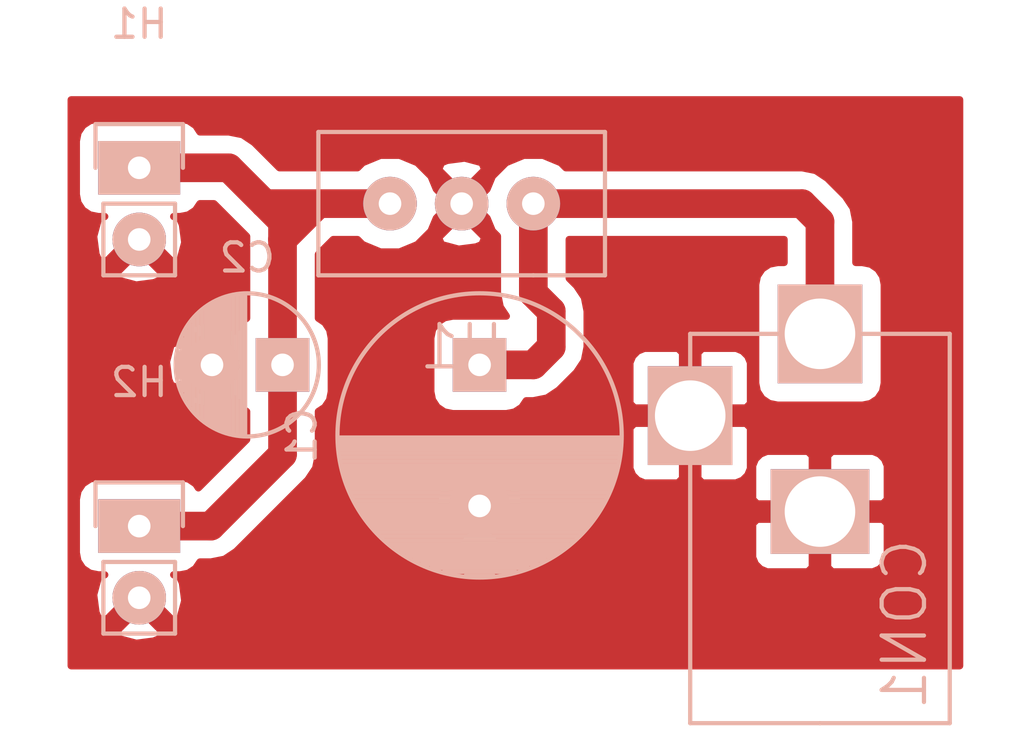
<source format=kicad_pcb>
(kicad_pcb (version 4) (host pcbnew "(2015-07-07 BZR 5906)-product")

  (general
    (links 11)
    (no_connects 0)
    (area 0 0 0 0)
    (thickness 1.6)
    (drawings 0)
    (tracks 19)
    (zones 0)
    (modules 6)
    (nets 4)
  )

  (page A4)
  (layers
    (0 F.Cu signal)
    (31 B.Cu signal)
    (32 B.Adhes user)
    (33 F.Adhes user)
    (34 B.Paste user)
    (35 F.Paste user)
    (36 B.SilkS user)
    (37 F.SilkS user)
    (38 B.Mask user)
    (39 F.Mask user)
    (40 Dwgs.User user)
    (41 Cmts.User user)
    (42 Eco1.User user)
    (43 Eco2.User user)
    (44 Edge.Cuts user)
    (45 Margin user)
    (46 B.CrtYd user)
    (47 F.CrtYd user)
    (48 B.Fab user)
    (49 F.Fab user)
  )

  (setup
    (last_trace_width 0.762)
    (trace_clearance 0.635)
    (zone_clearance 0.508)
    (zone_45_only yes)
    (trace_min 0.2)
    (segment_width 0.2)
    (edge_width 0.1)
    (via_size 0.6)
    (via_drill 0.4)
    (via_min_size 0.4)
    (via_min_drill 0.3)
    (uvia_size 0.3)
    (uvia_drill 0.1)
    (uvias_allowed no)
    (uvia_min_size 0)
    (uvia_min_drill 0)
    (pcb_text_width 0.3)
    (pcb_text_size 1.5 1.5)
    (mod_edge_width 0.15)
    (mod_text_size 1 1)
    (mod_text_width 0.15)
    (pad_size 3.5 3)
    (pad_drill 2.5)
    (pad_to_mask_clearance 0)
    (aux_axis_origin 0 0)
    (visible_elements FFFFFF3F)
    (pcbplotparams
      (layerselection 0x00000_00000001)
      (usegerberextensions false)
      (excludeedgelayer true)
      (linewidth 0.100000)
      (plotframeref false)
      (viasonmask false)
      (mode 1)
      (useauxorigin false)
      (hpglpennumber 1)
      (hpglpenspeed 20)
      (hpglpendiameter 15)
      (hpglpenoverlay 2)
      (psnegative false)
      (psa4output false)
      (plotreference true)
      (plotvalue true)
      (plotinvisibletext false)
      (padsonsilk false)
      (subtractmaskfromsilk false)
      (outputformat 1)
      (mirror false)
      (drillshape 0)
      (scaleselection 1)
      (outputdirectory /home/luis-diaz/Escritorio/git/PowerSupply/Board/Gerbers/))
  )

  (net 0 "")
  (net 1 "Net-(C1-Pad1)")
  (net 2 GND)
  (net 3 5V)

  (net_class Default "This is the default net class."
    (clearance 0.635)
    (trace_width 0.762)
    (via_dia 0.6)
    (via_drill 0.4)
    (uvia_dia 0.3)
    (uvia_drill 0.1)
  )

  (net_class PWR ""
    (clearance 0.635)
    (trace_width 1.016)
    (via_dia 0.6)
    (via_drill 0.4)
    (uvia_dia 0.3)
    (uvia_drill 0.1)
    (add_net 5V)
    (add_net GND)
    (add_net "Net-(C1-Pad1)")
  )

  (module Capacitors_ThroughHole:C_Radial_D10_L13_P5 (layer B.Cu) (tedit 55D1F399) (tstamp 55D1EEE3)
    (at 137.795 97.155 270)
    (descr "Radial Electrolytic Capacitor Diameter 10mm x Length 13mm, Pitch 5mm")
    (tags "Electrolytic Capacitor")
    (path /55DAD95D)
    (fp_text reference C1 (at 2.5 6.3 270) (layer B.SilkS)
      (effects (font (size 1 1) (thickness 0.15)) (justify mirror))
    )
    (fp_text value CP (at 2.5 -6.3 270) (layer B.Fab)
      (effects (font (size 1 1) (thickness 0.15)) (justify mirror))
    )
    (fp_line (start 2.575 4.999) (end 2.575 -4.999) (layer B.SilkS) (width 0.15))
    (fp_line (start 2.715 4.995) (end 2.715 -4.995) (layer B.SilkS) (width 0.15))
    (fp_line (start 2.855 4.987) (end 2.855 -4.987) (layer B.SilkS) (width 0.15))
    (fp_line (start 2.995 4.975) (end 2.995 -4.975) (layer B.SilkS) (width 0.15))
    (fp_line (start 3.135 4.96) (end 3.135 -4.96) (layer B.SilkS) (width 0.15))
    (fp_line (start 3.275 4.94) (end 3.275 -4.94) (layer B.SilkS) (width 0.15))
    (fp_line (start 3.415 4.916) (end 3.415 -4.916) (layer B.SilkS) (width 0.15))
    (fp_line (start 3.555 4.887) (end 3.555 -4.887) (layer B.SilkS) (width 0.15))
    (fp_line (start 3.695 4.855) (end 3.695 -4.855) (layer B.SilkS) (width 0.15))
    (fp_line (start 3.835 4.818) (end 3.835 -4.818) (layer B.SilkS) (width 0.15))
    (fp_line (start 3.975 4.777) (end 3.975 -4.777) (layer B.SilkS) (width 0.15))
    (fp_line (start 4.115 4.732) (end 4.115 0.466) (layer B.SilkS) (width 0.15))
    (fp_line (start 4.115 -0.466) (end 4.115 -4.732) (layer B.SilkS) (width 0.15))
    (fp_line (start 4.255 4.682) (end 4.255 0.667) (layer B.SilkS) (width 0.15))
    (fp_line (start 4.255 -0.667) (end 4.255 -4.682) (layer B.SilkS) (width 0.15))
    (fp_line (start 4.395 4.627) (end 4.395 0.796) (layer B.SilkS) (width 0.15))
    (fp_line (start 4.395 -0.796) (end 4.395 -4.627) (layer B.SilkS) (width 0.15))
    (fp_line (start 4.535 4.567) (end 4.535 0.885) (layer B.SilkS) (width 0.15))
    (fp_line (start 4.535 -0.885) (end 4.535 -4.567) (layer B.SilkS) (width 0.15))
    (fp_line (start 4.675 4.502) (end 4.675 0.946) (layer B.SilkS) (width 0.15))
    (fp_line (start 4.675 -0.946) (end 4.675 -4.502) (layer B.SilkS) (width 0.15))
    (fp_line (start 4.815 4.432) (end 4.815 0.983) (layer B.SilkS) (width 0.15))
    (fp_line (start 4.815 -0.983) (end 4.815 -4.432) (layer B.SilkS) (width 0.15))
    (fp_line (start 4.955 4.356) (end 4.955 0.999) (layer B.SilkS) (width 0.15))
    (fp_line (start 4.955 -0.999) (end 4.955 -4.356) (layer B.SilkS) (width 0.15))
    (fp_line (start 5.095 4.274) (end 5.095 0.995) (layer B.SilkS) (width 0.15))
    (fp_line (start 5.095 -0.995) (end 5.095 -4.274) (layer B.SilkS) (width 0.15))
    (fp_line (start 5.235 4.186) (end 5.235 0.972) (layer B.SilkS) (width 0.15))
    (fp_line (start 5.235 -0.972) (end 5.235 -4.186) (layer B.SilkS) (width 0.15))
    (fp_line (start 5.375 4.091) (end 5.375 0.927) (layer B.SilkS) (width 0.15))
    (fp_line (start 5.375 -0.927) (end 5.375 -4.091) (layer B.SilkS) (width 0.15))
    (fp_line (start 5.515 3.989) (end 5.515 0.857) (layer B.SilkS) (width 0.15))
    (fp_line (start 5.515 -0.857) (end 5.515 -3.989) (layer B.SilkS) (width 0.15))
    (fp_line (start 5.655 3.879) (end 5.655 0.756) (layer B.SilkS) (width 0.15))
    (fp_line (start 5.655 -0.756) (end 5.655 -3.879) (layer B.SilkS) (width 0.15))
    (fp_line (start 5.795 3.761) (end 5.795 0.607) (layer B.SilkS) (width 0.15))
    (fp_line (start 5.795 -0.607) (end 5.795 -3.761) (layer B.SilkS) (width 0.15))
    (fp_line (start 5.935 3.633) (end 5.935 0.355) (layer B.SilkS) (width 0.15))
    (fp_line (start 5.935 -0.355) (end 5.935 -3.633) (layer B.SilkS) (width 0.15))
    (fp_line (start 6.075 3.496) (end 6.075 -3.496) (layer B.SilkS) (width 0.15))
    (fp_line (start 6.215 3.346) (end 6.215 -3.346) (layer B.SilkS) (width 0.15))
    (fp_line (start 6.355 3.184) (end 6.355 -3.184) (layer B.SilkS) (width 0.15))
    (fp_line (start 6.495 3.007) (end 6.495 -3.007) (layer B.SilkS) (width 0.15))
    (fp_line (start 6.635 2.811) (end 6.635 -2.811) (layer B.SilkS) (width 0.15))
    (fp_line (start 6.775 2.593) (end 6.775 -2.593) (layer B.SilkS) (width 0.15))
    (fp_line (start 6.915 2.347) (end 6.915 -2.347) (layer B.SilkS) (width 0.15))
    (fp_line (start 7.055 2.062) (end 7.055 -2.062) (layer B.SilkS) (width 0.15))
    (fp_line (start 7.195 1.72) (end 7.195 -1.72) (layer B.SilkS) (width 0.15))
    (fp_line (start 7.335 1.274) (end 7.335 -1.274) (layer B.SilkS) (width 0.15))
    (fp_line (start 7.475 0.499) (end 7.475 -0.499) (layer B.SilkS) (width 0.15))
    (fp_circle (center 5 0) (end 5 1) (layer B.SilkS) (width 0.15))
    (fp_circle (center 2.5 0) (end 2.5 5.0375) (layer B.SilkS) (width 0.15))
    (fp_circle (center 2.5 0) (end 2.5 5.3) (layer B.CrtYd) (width 0.05))
    (pad 1 thru_hole rect (at 0 0 270) (size 1.9 1.9) (drill 0.8) (layers *.Cu *.Mask B.SilkS)
      (net 1 "Net-(C1-Pad1)"))
    (pad 2 thru_hole circle (at 5 0 270) (size 1.9 1.9) (drill 0.8) (layers *.Cu *.Mask B.SilkS)
      (net 2 GND))
    (model Capacitors_ThroughHole.3dshapes/C_Radial_D10_L13_P5.wrl
      (at (xyz 0.0984252 0 0))
      (scale (xyz 1 1 1))
      (rotate (xyz 0 0 90))
    )
  )

  (module Capacitors_ThroughHole:C_Radial_D5_L6_P2.5 (layer B.Cu) (tedit 55D1F38A) (tstamp 55D1EEE9)
    (at 130.81 97.155 180)
    (descr "Radial Electrolytic Capacitor Diameter 5mm x Length 6mm, Pitch 2.5mm")
    (tags "Electrolytic Capacitor")
    (path /55DAD9DE)
    (fp_text reference C2 (at 1.25 3.8 180) (layer B.SilkS)
      (effects (font (size 1 1) (thickness 0.15)) (justify mirror))
    )
    (fp_text value CP (at 1.25 -3.8 180) (layer B.Fab)
      (effects (font (size 1 1) (thickness 0.15)) (justify mirror))
    )
    (fp_line (start 1.325 2.499) (end 1.325 -2.499) (layer B.SilkS) (width 0.15))
    (fp_line (start 1.465 2.491) (end 1.465 -2.491) (layer B.SilkS) (width 0.15))
    (fp_line (start 1.605 2.475) (end 1.605 0.095) (layer B.SilkS) (width 0.15))
    (fp_line (start 1.605 -0.095) (end 1.605 -2.475) (layer B.SilkS) (width 0.15))
    (fp_line (start 1.745 2.451) (end 1.745 0.49) (layer B.SilkS) (width 0.15))
    (fp_line (start 1.745 -0.49) (end 1.745 -2.451) (layer B.SilkS) (width 0.15))
    (fp_line (start 1.885 2.418) (end 1.885 0.657) (layer B.SilkS) (width 0.15))
    (fp_line (start 1.885 -0.657) (end 1.885 -2.418) (layer B.SilkS) (width 0.15))
    (fp_line (start 2.025 2.377) (end 2.025 0.764) (layer B.SilkS) (width 0.15))
    (fp_line (start 2.025 -0.764) (end 2.025 -2.377) (layer B.SilkS) (width 0.15))
    (fp_line (start 2.165 2.327) (end 2.165 0.835) (layer B.SilkS) (width 0.15))
    (fp_line (start 2.165 -0.835) (end 2.165 -2.327) (layer B.SilkS) (width 0.15))
    (fp_line (start 2.305 2.266) (end 2.305 0.879) (layer B.SilkS) (width 0.15))
    (fp_line (start 2.305 -0.879) (end 2.305 -2.266) (layer B.SilkS) (width 0.15))
    (fp_line (start 2.445 2.196) (end 2.445 0.898) (layer B.SilkS) (width 0.15))
    (fp_line (start 2.445 -0.898) (end 2.445 -2.196) (layer B.SilkS) (width 0.15))
    (fp_line (start 2.585 2.114) (end 2.585 0.896) (layer B.SilkS) (width 0.15))
    (fp_line (start 2.585 -0.896) (end 2.585 -2.114) (layer B.SilkS) (width 0.15))
    (fp_line (start 2.725 2.019) (end 2.725 0.871) (layer B.SilkS) (width 0.15))
    (fp_line (start 2.725 -0.871) (end 2.725 -2.019) (layer B.SilkS) (width 0.15))
    (fp_line (start 2.865 1.908) (end 2.865 0.823) (layer B.SilkS) (width 0.15))
    (fp_line (start 2.865 -0.823) (end 2.865 -1.908) (layer B.SilkS) (width 0.15))
    (fp_line (start 3.005 1.78) (end 3.005 0.745) (layer B.SilkS) (width 0.15))
    (fp_line (start 3.005 -0.745) (end 3.005 -1.78) (layer B.SilkS) (width 0.15))
    (fp_line (start 3.145 1.631) (end 3.145 0.628) (layer B.SilkS) (width 0.15))
    (fp_line (start 3.145 -0.628) (end 3.145 -1.631) (layer B.SilkS) (width 0.15))
    (fp_line (start 3.285 1.452) (end 3.285 0.44) (layer B.SilkS) (width 0.15))
    (fp_line (start 3.285 -0.44) (end 3.285 -1.452) (layer B.SilkS) (width 0.15))
    (fp_line (start 3.425 1.233) (end 3.425 -1.233) (layer B.SilkS) (width 0.15))
    (fp_line (start 3.565 0.944) (end 3.565 -0.944) (layer B.SilkS) (width 0.15))
    (fp_line (start 3.705 0.472) (end 3.705 -0.472) (layer B.SilkS) (width 0.15))
    (fp_circle (center 2.5 0) (end 2.5 0.9) (layer B.SilkS) (width 0.15))
    (fp_circle (center 1.25 0) (end 1.25 2.5375) (layer B.SilkS) (width 0.15))
    (fp_circle (center 1.25 0) (end 1.25 2.8) (layer B.CrtYd) (width 0.05))
    (pad 1 thru_hole rect (at 0 0 180) (size 1.9 1.9) (drill 0.8) (layers *.Cu *.Mask B.SilkS)
      (net 3 5V))
    (pad 2 thru_hole circle (at 2.5 0 180) (size 1.9 1.9) (drill 0.8) (layers *.Cu *.Mask B.SilkS)
      (net 2 GND))
    (model Capacitors_ThroughHole.3dshapes/C_Radial_D5_L6_P2.5.wrl
      (at (xyz 0.0492126 0 0))
      (scale (xyz 1 1 1))
      (rotate (xyz 0 0 90))
    )
  )

  (module library:BARREL_JACK (layer B.Cu) (tedit 55D1FBF1) (tstamp 55D1EEF0)
    (at 149.86 109.855 90)
    (path /55D1EEE0)
    (fp_text reference CON1 (at 3.5 3 90) (layer B.SilkS)
      (effects (font (size 1.5 1.5) (thickness 0.15)) (justify mirror))
    )
    (fp_text value BARREL_JACK (at 6.8 6.1 90) (layer B.Fab)
      (effects (font (size 1.5 1.5) (thickness 0.15)) (justify mirror))
    )
    (fp_line (start 0 0) (end 0 -4.6) (layer B.SilkS) (width 0.15))
    (fp_line (start 0 -4.6) (end 13.8 -4.6) (layer B.SilkS) (width 0.15))
    (fp_line (start 13.8 -4.6) (end 13.8 0) (layer B.SilkS) (width 0.15))
    (fp_line (start 13.8 0) (end 13.8 4.6) (layer B.SilkS) (width 0.15))
    (fp_line (start 13.8 4.6) (end 0 4.6) (layer B.SilkS) (width 0.15))
    (fp_line (start 0 4.6) (end 0 0) (layer B.SilkS) (width 0.15))
    (pad 2 thru_hole rect (at 7.5 0 90) (size 3 3.5) (drill 2.5) (layers *.Cu *.Mask B.SilkS)
      (net 2 GND))
    (pad 3 thru_hole rect (at 10.9 -4.6 90) (size 3.5 3) (drill 2.5) (layers *.Cu *.Mask B.SilkS)
      (net 2 GND))
    (pad 1 thru_hole rect (at 13.8 0 90) (size 3.5 3) (drill 2.5) (layers *.Cu *.Mask B.SilkS)
      (net 1 "Net-(C1-Pad1)"))
  )

  (module library:LM7805 (layer B.Cu) (tedit 55D1F3B0) (tstamp 55D1EEF7)
    (at 139.7 91.44 180)
    (path /55D1ED30)
    (fp_text reference U1 (at 2.54 -5.08 180) (layer B.SilkS)
      (effects (font (size 1.5 1.5) (thickness 0.15)) (justify mirror))
    )
    (fp_text value 7805 (at 2.54 5.08 180) (layer B.Fab)
      (effects (font (size 1.5 1.5) (thickness 0.15)) (justify mirror))
    )
    (fp_line (start 7.62 -2.54) (end 7.62 2.54) (layer B.SilkS) (width 0.15))
    (fp_line (start 7.62 2.54) (end -2.54 2.54) (layer B.SilkS) (width 0.15))
    (fp_line (start -2.54 2.54) (end -2.54 -2.54) (layer B.SilkS) (width 0.15))
    (fp_line (start -2.54 -2.54) (end 0 -2.54) (layer B.SilkS) (width 0.15))
    (fp_line (start 0 -2.54) (end 7.62 -2.54) (layer B.SilkS) (width 0.15))
    (pad VI thru_hole circle (at 0 0 180) (size 1.9 1.9) (drill 0.8) (layers *.Cu *.Mask B.SilkS)
      (net 1 "Net-(C1-Pad1)"))
    (pad GND thru_hole circle (at 2.54 0 180) (size 1.9 1.9) (drill 0.8) (layers *.Cu *.Mask B.SilkS)
      (net 2 GND))
    (pad VO thru_hole circle (at 5.08 0 180) (size 1.9 1.9) (drill 0.8) (layers *.Cu *.Mask B.SilkS)
      (net 3 5V))
  )

  (module Pin_Headers:Pin_Header_Straight_1x02 (layer B.Cu) (tedit 55D1F3F0) (tstamp 55D1F14C)
    (at 125.73 90.17 180)
    (descr "Through hole pin header")
    (tags "pin header")
    (path /55D1F653)
    (fp_text reference H1 (at 0 5.1 180) (layer B.SilkS)
      (effects (font (size 1 1) (thickness 0.15)) (justify mirror))
    )
    (fp_text value Header_1x02 (at 0 3.1 180) (layer B.Fab)
      (effects (font (size 1 1) (thickness 0.15)) (justify mirror))
    )
    (fp_line (start 1.27 -1.27) (end 1.27 -3.81) (layer B.SilkS) (width 0.15))
    (fp_line (start 1.55 1.55) (end 1.55 0) (layer B.SilkS) (width 0.15))
    (fp_line (start -1.75 1.75) (end -1.75 -4.3) (layer B.CrtYd) (width 0.05))
    (fp_line (start 1.75 1.75) (end 1.75 -4.3) (layer B.CrtYd) (width 0.05))
    (fp_line (start -1.75 1.75) (end 1.75 1.75) (layer B.CrtYd) (width 0.05))
    (fp_line (start -1.75 -4.3) (end 1.75 -4.3) (layer B.CrtYd) (width 0.05))
    (fp_line (start 1.27 -1.27) (end -1.27 -1.27) (layer B.SilkS) (width 0.15))
    (fp_line (start -1.55 0) (end -1.55 1.55) (layer B.SilkS) (width 0.15))
    (fp_line (start -1.55 1.55) (end 1.55 1.55) (layer B.SilkS) (width 0.15))
    (fp_line (start -1.27 -1.27) (end -1.27 -3.81) (layer B.SilkS) (width 0.15))
    (fp_line (start -1.27 -3.81) (end 1.27 -3.81) (layer B.SilkS) (width 0.15))
    (pad 1 thru_hole rect (at 0 0 180) (size 2.9 1.9) (drill 0.8) (layers *.Cu *.Mask B.SilkS)
      (net 3 5V))
    (pad 2 thru_hole circle (at 0 -2.54 180) (size 1.9 1.9) (drill 0.8) (layers *.Cu *.Mask B.SilkS)
      (net 2 GND))
    (model Pin_Headers.3dshapes/Pin_Header_Straight_1x02.wrl
      (at (xyz 0 -0.05 0))
      (scale (xyz 1 1 1))
      (rotate (xyz 0 0 90))
    )
  )

  (module Pin_Headers:Pin_Header_Straight_1x02 (layer B.Cu) (tedit 55D1F40E) (tstamp 55D1F194)
    (at 125.73 102.87 180)
    (descr "Through hole pin header")
    (tags "pin header")
    (path /55D1F80A)
    (fp_text reference H2 (at 0 5.1 180) (layer B.SilkS)
      (effects (font (size 1 1) (thickness 0.15)) (justify mirror))
    )
    (fp_text value Header_1x02 (at 0 3.1 180) (layer B.Fab)
      (effects (font (size 1 1) (thickness 0.15)) (justify mirror))
    )
    (fp_line (start 1.27 -1.27) (end 1.27 -3.81) (layer B.SilkS) (width 0.15))
    (fp_line (start 1.55 1.55) (end 1.55 0) (layer B.SilkS) (width 0.15))
    (fp_line (start -1.75 1.75) (end -1.75 -4.3) (layer B.CrtYd) (width 0.05))
    (fp_line (start 1.75 1.75) (end 1.75 -4.3) (layer B.CrtYd) (width 0.05))
    (fp_line (start -1.75 1.75) (end 1.75 1.75) (layer B.CrtYd) (width 0.05))
    (fp_line (start -1.75 -4.3) (end 1.75 -4.3) (layer B.CrtYd) (width 0.05))
    (fp_line (start 1.27 -1.27) (end -1.27 -1.27) (layer B.SilkS) (width 0.15))
    (fp_line (start -1.55 0) (end -1.55 1.55) (layer B.SilkS) (width 0.15))
    (fp_line (start -1.55 1.55) (end 1.55 1.55) (layer B.SilkS) (width 0.15))
    (fp_line (start -1.27 -1.27) (end -1.27 -3.81) (layer B.SilkS) (width 0.15))
    (fp_line (start -1.27 -3.81) (end 1.27 -3.81) (layer B.SilkS) (width 0.15))
    (pad 1 thru_hole rect (at 0 0 180) (size 2.9 1.9) (drill 0.8) (layers *.Cu *.Mask B.SilkS)
      (net 3 5V))
    (pad 2 thru_hole circle (at 0 -2.54 180) (size 1.9 1.9) (drill 0.8) (layers *.Cu *.Mask B.SilkS)
      (net 2 GND))
    (model Pin_Headers.3dshapes/Pin_Header_Straight_1x02.wrl
      (at (xyz 0 -0.05 0))
      (scale (xyz 1 1 1))
      (rotate (xyz 0 0 90))
    )
  )

  (segment (start 137.795 97.155) (end 139.7 97.155) (width 1.016) (layer F.Cu) (net 1))
  (segment (start 139.7 94.615) (end 139.7 91.44) (width 1.016) (layer F.Cu) (net 1) (tstamp 55D1F2D2))
  (segment (start 140.335 95.25) (end 139.7 94.615) (width 1.016) (layer F.Cu) (net 1) (tstamp 55D1F2D1))
  (segment (start 140.335 96.52) (end 140.335 95.25) (width 1.016) (layer F.Cu) (net 1) (tstamp 55D1F2D0))
  (segment (start 139.7 97.155) (end 140.335 96.52) (width 1.016) (layer F.Cu) (net 1) (tstamp 55D1F2CF))
  (segment (start 149.86 96.055) (end 149.86 92.075) (width 1.016) (layer F.Cu) (net 1))
  (segment (start 149.225 91.44) (end 139.7 91.44) (width 1.016) (layer F.Cu) (net 1) (tstamp 55D1F2CC))
  (segment (start 149.86 92.075) (end 149.225 91.44) (width 1.016) (layer F.Cu) (net 1) (tstamp 55D1F2CB))
  (segment (start 130.81 92.71) (end 132.08 91.44) (width 1.016) (layer F.Cu) (net 3))
  (segment (start 125.73 102.87) (end 128.27 102.87) (width 1.016) (layer F.Cu) (net 3))
  (segment (start 130.81 100.33) (end 130.81 97.155) (width 1.016) (layer F.Cu) (net 3) (tstamp 55D1F2DE))
  (segment (start 128.27 102.87) (end 130.81 100.33) (width 1.016) (layer F.Cu) (net 3) (tstamp 55D1F2DD))
  (segment (start 130.81 97.155) (end 130.81 92.71) (width 1.016) (layer F.Cu) (net 3))
  (segment (start 130.81 92.075) (end 130.175 91.44) (width 1.016) (layer F.Cu) (net 3) (tstamp 55D1F2DA))
  (segment (start 130.81 92.71) (end 130.81 92.075) (width 1.016) (layer F.Cu) (net 3) (tstamp 55D1F2D9))
  (segment (start 134.62 91.44) (end 132.08 91.44) (width 1.016) (layer F.Cu) (net 3))
  (segment (start 132.08 91.44) (end 130.175 91.44) (width 1.016) (layer F.Cu) (net 3) (tstamp 55D1F2E8))
  (segment (start 128.905 90.17) (end 125.73 90.17) (width 1.016) (layer F.Cu) (net 3) (tstamp 55D1F2D6))
  (segment (start 130.175 91.44) (end 128.905 90.17) (width 1.016) (layer F.Cu) (net 3) (tstamp 55D1F2D5))

  (zone (net 2) (net_name GND) (layer F.Cu) (tstamp 55D1EF2B) (hatch edge 0.508)
    (connect_pads (clearance 0.508))
    (min_thickness 0.254)
    (fill yes (arc_segments 16) (thermal_gap 0.508) (thermal_bridge_width 0.8))
    (polygon
      (pts
        (xy 123.825 87.63) (xy 154.94 87.63) (xy 154.94 107.95) (xy 123.19 107.95) (xy 123.19 87.63)
      )
    )
    (filled_polygon
      (pts
        (xy 154.813 107.823) (xy 123.317 107.823) (xy 123.317 106.615266) (xy 124.910815 106.615266) (xy 125.014622 106.859089)
        (xy 125.623619 107.022546) (xy 126.248811 106.940509) (xy 126.445378 106.859089) (xy 126.549185 106.615266) (xy 125.73 105.79608)
        (xy 124.910815 106.615266) (xy 123.317 106.615266) (xy 123.317 97.048619) (xy 126.697454 97.048619) (xy 126.779491 97.673811)
        (xy 126.860911 97.870378) (xy 127.104734 97.974185) (xy 127.92392 97.155) (xy 127.104734 96.335815) (xy 126.860911 96.439622)
        (xy 126.697454 97.048619) (xy 123.317 97.048619) (xy 123.317 93.915266) (xy 124.910815 93.915266) (xy 125.014622 94.159089)
        (xy 125.623619 94.322546) (xy 126.248811 94.240509) (xy 126.445378 94.159089) (xy 126.549185 93.915266) (xy 125.73 93.09608)
        (xy 124.910815 93.915266) (xy 123.317 93.915266) (xy 123.317 89.22) (xy 123.503072 89.22) (xy 123.503072 91.12)
        (xy 123.559445 91.410548) (xy 123.727192 91.665913) (xy 123.980432 91.836852) (xy 124.28 91.896928) (xy 124.510376 91.896928)
        (xy 124.280911 91.994622) (xy 124.117454 92.603619) (xy 124.199491 93.228811) (xy 124.280911 93.425378) (xy 124.524734 93.529185)
        (xy 125.34392 92.71) (xy 125.329777 92.695858) (xy 125.715858 92.309777) (xy 125.73 92.32392) (xy 125.744142 92.309777)
        (xy 126.130223 92.695858) (xy 126.11608 92.71) (xy 126.935266 93.529185) (xy 127.179089 93.425378) (xy 127.342546 92.816381)
        (xy 127.260509 92.191189) (xy 127.179089 91.994622) (xy 126.949624 91.896928) (xy 127.18 91.896928) (xy 127.470548 91.840555)
        (xy 127.725913 91.672808) (xy 127.88306 91.44) (xy 128.378948 91.44) (xy 129.276972 92.338023) (xy 129.276974 92.338026)
        (xy 129.54 92.601052) (xy 129.54 92.709995) (xy 129.539999 92.71) (xy 129.54 92.710005) (xy 129.54 95.503792)
        (xy 129.314087 95.652192) (xy 129.143148 95.905432) (xy 129.135538 95.943378) (xy 129.129184 95.949732) (xy 129.025378 95.705911)
        (xy 128.416381 95.542454) (xy 127.791189 95.624491) (xy 127.594622 95.705911) (xy 127.490815 95.949734) (xy 128.31 96.76892)
        (xy 128.324142 96.754777) (xy 128.710223 97.140858) (xy 128.69608 97.155) (xy 128.710223 97.169143) (xy 128.324142 97.555223)
        (xy 128.31 97.54108) (xy 127.490815 98.360266) (xy 127.594622 98.604089) (xy 128.203619 98.767546) (xy 128.828811 98.685509)
        (xy 129.025378 98.604089) (xy 129.129184 98.360268) (xy 129.133422 98.364506) (xy 129.139445 98.395548) (xy 129.307192 98.650913)
        (xy 129.54 98.80806) (xy 129.54 99.803949) (xy 127.82679 101.517158) (xy 127.732808 101.374087) (xy 127.479568 101.203148)
        (xy 127.18 101.143072) (xy 124.28 101.143072) (xy 123.989452 101.199445) (xy 123.734087 101.367192) (xy 123.563148 101.620432)
        (xy 123.503072 101.92) (xy 123.503072 103.82) (xy 123.559445 104.110548) (xy 123.727192 104.365913) (xy 123.980432 104.536852)
        (xy 124.28 104.596928) (xy 124.510376 104.596928) (xy 124.280911 104.694622) (xy 124.117454 105.303619) (xy 124.199491 105.928811)
        (xy 124.280911 106.125378) (xy 124.524734 106.229185) (xy 125.34392 105.41) (xy 125.329777 105.395858) (xy 125.715858 105.009777)
        (xy 125.73 105.02392) (xy 125.744142 105.009777) (xy 126.130223 105.395858) (xy 126.11608 105.41) (xy 126.935266 106.229185)
        (xy 127.179089 106.125378) (xy 127.342546 105.516381) (xy 127.260509 104.891189) (xy 127.179089 104.694622) (xy 126.949624 104.596928)
        (xy 127.18 104.596928) (xy 127.470548 104.540555) (xy 127.725913 104.372808) (xy 127.88306 104.14) (xy 128.269995 104.14)
        (xy 128.27 104.140001) (xy 128.756008 104.043327) (xy 129.168026 103.768026) (xy 129.575785 103.360266) (xy 136.975815 103.360266)
        (xy 137.079622 103.604089) (xy 137.688619 103.767546) (xy 138.313811 103.685509) (xy 138.510378 103.604089) (xy 138.614185 103.360266)
        (xy 137.795 102.54108) (xy 136.975815 103.360266) (xy 129.575785 103.360266) (xy 130.887432 102.048619) (xy 136.182454 102.048619)
        (xy 136.264491 102.673811) (xy 136.345911 102.870378) (xy 136.589734 102.974185) (xy 137.40892 102.155) (xy 138.18108 102.155)
        (xy 139.000266 102.974185) (xy 139.244089 102.870378) (xy 139.266535 102.78675) (xy 147.475 102.78675) (xy 147.475 103.981309)
        (xy 147.571673 104.214698) (xy 147.750301 104.393327) (xy 147.98369 104.49) (xy 149.42825 104.49) (xy 149.587 104.33125)
        (xy 149.587 102.628) (xy 150.133 102.628) (xy 150.133 104.33125) (xy 150.29175 104.49) (xy 151.73631 104.49)
        (xy 151.969699 104.393327) (xy 152.148327 104.214698) (xy 152.245 103.981309) (xy 152.245 102.78675) (xy 152.08625 102.628)
        (xy 150.133 102.628) (xy 149.587 102.628) (xy 149.587 102.628) (xy 147.63375 102.628) (xy 147.475 102.78675)
        (xy 139.266535 102.78675) (xy 139.407546 102.261381) (xy 139.325509 101.636189) (xy 139.244089 101.439622) (xy 139.000266 101.335815)
        (xy 138.18108 102.155) (xy 137.40892 102.155) (xy 137.40892 102.155) (xy 136.589734 101.335815) (xy 136.345911 101.439622)
        (xy 136.182454 102.048619) (xy 130.887432 102.048619) (xy 131.708023 101.228028) (xy 131.708026 101.228026) (xy 131.893974 100.949734)
        (xy 136.975815 100.949734) (xy 137.795 101.76892) (xy 138.614185 100.949734) (xy 138.510378 100.705911) (xy 137.901381 100.542454)
        (xy 137.276189 100.624491) (xy 137.079622 100.705911) (xy 136.975815 100.949734) (xy 131.893974 100.949734) (xy 131.983327 100.816008)
        (xy 132.08 100.33) (xy 132.08 99.38675) (xy 143.125 99.38675) (xy 143.125 100.831309) (xy 143.221673 101.064698)
        (xy 143.400301 101.243327) (xy 143.63369 101.34) (xy 144.82825 101.34) (xy 144.987 101.18125) (xy 144.987 99.228)
        (xy 145.533 99.228) (xy 145.533 101.18125) (xy 145.69175 101.34) (xy 146.88631 101.34) (xy 147.119699 101.243327)
        (xy 147.298327 101.064698) (xy 147.395 100.831309) (xy 147.395 100.728691) (xy 147.475 100.728691) (xy 147.475 101.92325)
        (xy 147.63375 102.082) (xy 149.587 102.082) (xy 149.587 100.37875) (xy 150.133 100.37875) (xy 150.133 102.082)
        (xy 152.08625 102.082) (xy 152.245 101.92325) (xy 152.245 100.728691) (xy 152.148327 100.495302) (xy 151.969699 100.316673)
        (xy 151.73631 100.22) (xy 150.29175 100.22) (xy 150.133 100.37875) (xy 149.587 100.37875) (xy 149.587 100.37875)
        (xy 149.42825 100.22) (xy 147.98369 100.22) (xy 147.750301 100.316673) (xy 147.571673 100.495302) (xy 147.475 100.728691)
        (xy 147.395 100.728691) (xy 147.395 99.38675) (xy 147.23625 99.228) (xy 145.533 99.228) (xy 144.987 99.228)
        (xy 144.987 99.228) (xy 143.28375 99.228) (xy 143.125 99.38675) (xy 132.08 99.38675) (xy 132.08 98.806208)
        (xy 132.305913 98.657808) (xy 132.476852 98.404568) (xy 132.536928 98.105) (xy 132.536928 96.205) (xy 136.068072 96.205)
        (xy 136.068072 98.105) (xy 136.124445 98.395548) (xy 136.292192 98.650913) (xy 136.545432 98.821852) (xy 136.845 98.881928)
        (xy 138.745 98.881928) (xy 139.035548 98.825555) (xy 139.290913 98.657808) (xy 139.44806 98.425) (xy 139.699995 98.425)
        (xy 139.7 98.425001) (xy 140.186008 98.328327) (xy 140.598026 98.053026) (xy 141.233023 97.418028) (xy 141.233026 97.418026)
        (xy 141.459761 97.078691) (xy 143.125 97.078691) (xy 143.125 98.52325) (xy 143.28375 98.682) (xy 144.987 98.682)
        (xy 144.987 96.72875) (xy 145.533 96.72875) (xy 145.533 98.682) (xy 147.23625 98.682) (xy 147.395 98.52325)
        (xy 147.395 97.078691) (xy 147.298327 96.845302) (xy 147.119699 96.666673) (xy 146.88631 96.57) (xy 145.69175 96.57)
        (xy 145.533 96.72875) (xy 144.987 96.72875) (xy 144.987 96.72875) (xy 144.82825 96.57) (xy 143.63369 96.57)
        (xy 143.400301 96.666673) (xy 143.221673 96.845302) (xy 143.125 97.078691) (xy 141.459761 97.078691) (xy 141.508327 97.006008)
        (xy 141.518866 96.953026) (xy 141.605001 96.52) (xy 141.605 96.519995) (xy 141.605 95.250005) (xy 141.605001 95.25)
        (xy 141.508327 94.763992) (xy 141.408774 94.615) (xy 141.233026 94.351974) (xy 141.233023 94.351972) (xy 140.97 94.088949)
        (xy 140.97 92.71) (xy 148.59 92.71) (xy 148.59 93.528072) (xy 148.36 93.528072) (xy 148.069452 93.584445)
        (xy 147.814087 93.752192) (xy 147.643148 94.005432) (xy 147.583072 94.305) (xy 147.583072 97.805) (xy 147.639445 98.095548)
        (xy 147.807192 98.350913) (xy 148.060432 98.521852) (xy 148.36 98.581928) (xy 151.36 98.581928) (xy 151.650548 98.525555)
        (xy 151.905913 98.357808) (xy 152.076852 98.104568) (xy 152.136928 97.805) (xy 152.136928 94.305) (xy 152.080555 94.014452)
        (xy 151.912808 93.759087) (xy 151.659568 93.588148) (xy 151.36 93.528072) (xy 151.13 93.528072) (xy 151.13 92.075005)
        (xy 151.130001 92.075) (xy 151.033327 91.588992) (xy 150.933774 91.44) (xy 150.758026 91.176974) (xy 150.758023 91.176972)
        (xy 150.123026 90.541974) (xy 149.711008 90.266673) (xy 149.225 90.169999) (xy 149.224995 90.17) (xy 140.851238 90.17)
        (xy 140.671036 89.989483) (xy 140.042032 89.728298) (xy 139.360956 89.727704) (xy 138.731497 89.987791) (xy 138.249483 90.468964)
        (xy 138.059439 90.926642) (xy 137.54608 91.44) (xy 138.059934 91.953853) (xy 138.247791 92.408503) (xy 138.43 92.59103)
        (xy 138.43 94.614995) (xy 138.429999 94.615) (xy 138.526673 95.101008) (xy 138.745242 95.428121) (xy 138.745 95.428072)
        (xy 136.845 95.428072) (xy 136.554452 95.484445) (xy 136.299087 95.652192) (xy 136.128148 95.905432) (xy 136.068072 96.205)
        (xy 132.536928 96.205) (xy 132.536928 96.205) (xy 132.480555 95.914452) (xy 132.312808 95.659087) (xy 132.08 95.50194)
        (xy 132.08 93.236052) (xy 132.606051 92.71) (xy 133.468762 92.71) (xy 133.648964 92.890517) (xy 134.277968 93.151702)
        (xy 134.959044 93.152296) (xy 135.588503 92.892209) (xy 135.835877 92.645266) (xy 136.340815 92.645266) (xy 136.444622 92.889089)
        (xy 137.053619 93.052546) (xy 137.678811 92.970509) (xy 137.875378 92.889089) (xy 137.979185 92.645266) (xy 137.16 91.82608)
        (xy 136.340815 92.645266) (xy 135.835877 92.645266) (xy 136.070517 92.411036) (xy 136.260561 91.953358) (xy 136.77392 91.44)
        (xy 136.260066 90.926147) (xy 136.072209 90.471497) (xy 135.83586 90.234734) (xy 136.340815 90.234734) (xy 137.16 91.05392)
        (xy 137.979185 90.234734) (xy 137.875378 89.990911) (xy 137.266381 89.827454) (xy 136.641189 89.909491) (xy 136.444622 89.990911)
        (xy 136.340815 90.234734) (xy 135.83586 90.234734) (xy 135.591036 89.989483) (xy 134.962032 89.728298) (xy 134.280956 89.727704)
        (xy 133.651497 89.987791) (xy 133.46897 90.17) (xy 130.701051 90.17) (xy 129.803026 89.271974) (xy 129.391008 88.996673)
        (xy 128.905 88.899999) (xy 128.904995 88.9) (xy 127.881208 88.9) (xy 127.732808 88.674087) (xy 127.479568 88.503148)
        (xy 127.18 88.443072) (xy 124.28 88.443072) (xy 123.989452 88.499445) (xy 123.734087 88.667192) (xy 123.563148 88.920432)
        (xy 123.503072 89.22) (xy 123.317 89.22) (xy 123.317 87.757) (xy 154.813 87.757) (xy 154.813 107.823)
      )
    )
  )
)

</source>
